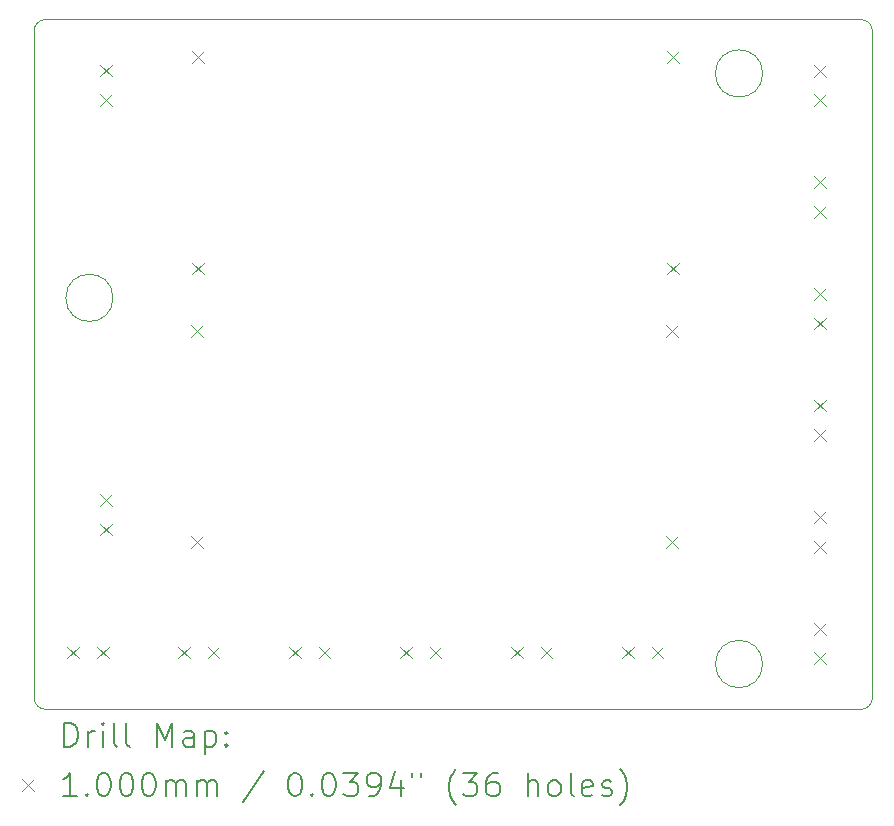
<source format=gbr>
%TF.GenerationSoftware,KiCad,Pcbnew,9.0.2*%
%TF.CreationDate,2025-07-07T17:51:26-07:00*%
%TF.ProjectId,powerBoard,706f7765-7242-46f6-9172-642e6b696361,rev?*%
%TF.SameCoordinates,Original*%
%TF.FileFunction,Drillmap*%
%TF.FilePolarity,Positive*%
%FSLAX45Y45*%
G04 Gerber Fmt 4.5, Leading zero omitted, Abs format (unit mm)*
G04 Created by KiCad (PCBNEW 9.0.2) date 2025-07-07 17:51:26*
%MOMM*%
%LPD*%
G01*
G04 APERTURE LIST*
%ADD10C,0.050000*%
%ADD11C,0.200000*%
%ADD12C,0.100000*%
G04 APERTURE END LIST*
D10*
X8193100Y-7137400D02*
X1293800Y-7137400D01*
X8293100Y-1395400D02*
X8293100Y-7037400D01*
X8193100Y-1295400D02*
G75*
G02*
X8293100Y-1395400I0J-100000D01*
G01*
X8293100Y-7037400D02*
G75*
G02*
X8193100Y-7137400I-100000J0D01*
G01*
X1293800Y-7137400D02*
G75*
G02*
X1193800Y-7037400I0J100000D01*
G01*
X1293800Y-1295400D02*
X8193100Y-1295400D01*
X7362800Y-6752600D02*
G75*
G02*
X6962800Y-6752600I-200000J0D01*
G01*
X6962800Y-6752600D02*
G75*
G02*
X7362800Y-6752600I200000J0D01*
G01*
X7362800Y-1752600D02*
G75*
G02*
X6962800Y-1752600I-200000J0D01*
G01*
X6962800Y-1752600D02*
G75*
G02*
X7362800Y-1752600I200000J0D01*
G01*
X1193800Y-7037400D02*
X1193800Y-1395400D01*
X1862800Y-3652600D02*
G75*
G02*
X1462800Y-3652600I-200000J0D01*
G01*
X1462800Y-3652600D02*
G75*
G02*
X1862800Y-3652600I200000J0D01*
G01*
X1193800Y-1395400D02*
G75*
G02*
X1293800Y-1295400I100000J0D01*
G01*
D11*
D12*
X1476000Y-6604800D02*
X1576000Y-6704800D01*
X1576000Y-6604800D02*
X1476000Y-6704800D01*
X1726000Y-6604800D02*
X1826000Y-6704800D01*
X1826000Y-6604800D02*
X1726000Y-6704800D01*
X1753400Y-1677200D02*
X1853400Y-1777200D01*
X1853400Y-1677200D02*
X1753400Y-1777200D01*
X1753400Y-1927200D02*
X1853400Y-2027200D01*
X1853400Y-1927200D02*
X1753400Y-2027200D01*
X1753400Y-5313400D02*
X1853400Y-5413400D01*
X1853400Y-5313400D02*
X1753400Y-5413400D01*
X1753400Y-5563400D02*
X1853400Y-5663400D01*
X1853400Y-5563400D02*
X1753400Y-5663400D01*
X2413800Y-6604800D02*
X2513800Y-6704800D01*
X2513800Y-6604800D02*
X2413800Y-6704800D01*
X2525560Y-3884460D02*
X2625560Y-3984460D01*
X2625560Y-3884460D02*
X2525560Y-3984460D01*
X2525560Y-5672620D02*
X2625560Y-5772620D01*
X2625560Y-5672620D02*
X2525560Y-5772620D01*
X2530640Y-1565440D02*
X2630640Y-1665440D01*
X2630640Y-1565440D02*
X2530640Y-1665440D01*
X2530640Y-3353600D02*
X2630640Y-3453600D01*
X2630640Y-3353600D02*
X2530640Y-3453600D01*
X2663800Y-6604800D02*
X2763800Y-6704800D01*
X2763800Y-6604800D02*
X2663800Y-6704800D01*
X3353600Y-6604800D02*
X3453600Y-6704800D01*
X3453600Y-6604800D02*
X3353600Y-6704800D01*
X3603600Y-6604800D02*
X3703600Y-6704800D01*
X3703600Y-6604800D02*
X3603600Y-6704800D01*
X4293400Y-6604800D02*
X4393400Y-6704800D01*
X4393400Y-6604800D02*
X4293400Y-6704800D01*
X4543400Y-6604800D02*
X4643400Y-6704800D01*
X4643400Y-6604800D02*
X4543400Y-6704800D01*
X5233200Y-6604800D02*
X5333200Y-6704800D01*
X5333200Y-6604800D02*
X5233200Y-6704800D01*
X5483200Y-6604800D02*
X5583200Y-6704800D01*
X5583200Y-6604800D02*
X5483200Y-6704800D01*
X6173000Y-6604800D02*
X6273000Y-6704800D01*
X6273000Y-6604800D02*
X6173000Y-6704800D01*
X6423000Y-6604800D02*
X6523000Y-6704800D01*
X6523000Y-6604800D02*
X6423000Y-6704800D01*
X6548920Y-3884460D02*
X6648920Y-3984460D01*
X6648920Y-3884460D02*
X6548920Y-3984460D01*
X6548920Y-5672620D02*
X6648920Y-5772620D01*
X6648920Y-5672620D02*
X6548920Y-5772620D01*
X6554000Y-1565440D02*
X6654000Y-1665440D01*
X6654000Y-1565440D02*
X6554000Y-1665440D01*
X6554000Y-3353600D02*
X6654000Y-3453600D01*
X6654000Y-3353600D02*
X6554000Y-3453600D01*
X7796900Y-1678600D02*
X7896900Y-1778600D01*
X7896900Y-1678600D02*
X7796900Y-1778600D01*
X7796900Y-1928600D02*
X7896900Y-2028600D01*
X7896900Y-1928600D02*
X7796900Y-2028600D01*
X7796900Y-2624200D02*
X7896900Y-2724200D01*
X7896900Y-2624200D02*
X7796900Y-2724200D01*
X7796900Y-2874200D02*
X7896900Y-2974200D01*
X7896900Y-2874200D02*
X7796900Y-2974200D01*
X7796900Y-3569200D02*
X7896900Y-3669200D01*
X7896900Y-3569200D02*
X7796900Y-3669200D01*
X7796900Y-3819200D02*
X7896900Y-3919200D01*
X7896900Y-3819200D02*
X7796900Y-3919200D01*
X7796900Y-4514200D02*
X7896900Y-4614200D01*
X7896900Y-4514200D02*
X7796900Y-4614200D01*
X7796900Y-4764200D02*
X7896900Y-4864200D01*
X7896900Y-4764200D02*
X7796900Y-4864200D01*
X7796900Y-5459200D02*
X7896900Y-5559200D01*
X7896900Y-5459200D02*
X7796900Y-5559200D01*
X7796900Y-5709200D02*
X7896900Y-5809200D01*
X7896900Y-5709200D02*
X7796900Y-5809200D01*
X7796900Y-6403600D02*
X7896900Y-6503600D01*
X7896900Y-6403600D02*
X7796900Y-6503600D01*
X7796900Y-6653600D02*
X7896900Y-6753600D01*
X7896900Y-6653600D02*
X7796900Y-6753600D01*
D11*
X1452077Y-7451384D02*
X1452077Y-7251384D01*
X1452077Y-7251384D02*
X1499696Y-7251384D01*
X1499696Y-7251384D02*
X1528267Y-7260908D01*
X1528267Y-7260908D02*
X1547315Y-7279955D01*
X1547315Y-7279955D02*
X1556839Y-7299003D01*
X1556839Y-7299003D02*
X1566362Y-7337098D01*
X1566362Y-7337098D02*
X1566362Y-7365669D01*
X1566362Y-7365669D02*
X1556839Y-7403765D01*
X1556839Y-7403765D02*
X1547315Y-7422812D01*
X1547315Y-7422812D02*
X1528267Y-7441860D01*
X1528267Y-7441860D02*
X1499696Y-7451384D01*
X1499696Y-7451384D02*
X1452077Y-7451384D01*
X1652077Y-7451384D02*
X1652077Y-7318050D01*
X1652077Y-7356146D02*
X1661601Y-7337098D01*
X1661601Y-7337098D02*
X1671124Y-7327574D01*
X1671124Y-7327574D02*
X1690172Y-7318050D01*
X1690172Y-7318050D02*
X1709220Y-7318050D01*
X1775886Y-7451384D02*
X1775886Y-7318050D01*
X1775886Y-7251384D02*
X1766362Y-7260908D01*
X1766362Y-7260908D02*
X1775886Y-7270431D01*
X1775886Y-7270431D02*
X1785410Y-7260908D01*
X1785410Y-7260908D02*
X1775886Y-7251384D01*
X1775886Y-7251384D02*
X1775886Y-7270431D01*
X1899696Y-7451384D02*
X1880648Y-7441860D01*
X1880648Y-7441860D02*
X1871124Y-7422812D01*
X1871124Y-7422812D02*
X1871124Y-7251384D01*
X2004458Y-7451384D02*
X1985410Y-7441860D01*
X1985410Y-7441860D02*
X1975886Y-7422812D01*
X1975886Y-7422812D02*
X1975886Y-7251384D01*
X2233029Y-7451384D02*
X2233029Y-7251384D01*
X2233029Y-7251384D02*
X2299696Y-7394241D01*
X2299696Y-7394241D02*
X2366363Y-7251384D01*
X2366363Y-7251384D02*
X2366363Y-7451384D01*
X2547315Y-7451384D02*
X2547315Y-7346622D01*
X2547315Y-7346622D02*
X2537791Y-7327574D01*
X2537791Y-7327574D02*
X2518744Y-7318050D01*
X2518744Y-7318050D02*
X2480648Y-7318050D01*
X2480648Y-7318050D02*
X2461601Y-7327574D01*
X2547315Y-7441860D02*
X2528267Y-7451384D01*
X2528267Y-7451384D02*
X2480648Y-7451384D01*
X2480648Y-7451384D02*
X2461601Y-7441860D01*
X2461601Y-7441860D02*
X2452077Y-7422812D01*
X2452077Y-7422812D02*
X2452077Y-7403765D01*
X2452077Y-7403765D02*
X2461601Y-7384717D01*
X2461601Y-7384717D02*
X2480648Y-7375193D01*
X2480648Y-7375193D02*
X2528267Y-7375193D01*
X2528267Y-7375193D02*
X2547315Y-7365669D01*
X2642553Y-7318050D02*
X2642553Y-7518050D01*
X2642553Y-7327574D02*
X2661601Y-7318050D01*
X2661601Y-7318050D02*
X2699696Y-7318050D01*
X2699696Y-7318050D02*
X2718744Y-7327574D01*
X2718744Y-7327574D02*
X2728267Y-7337098D01*
X2728267Y-7337098D02*
X2737791Y-7356146D01*
X2737791Y-7356146D02*
X2737791Y-7413288D01*
X2737791Y-7413288D02*
X2728267Y-7432336D01*
X2728267Y-7432336D02*
X2718744Y-7441860D01*
X2718744Y-7441860D02*
X2699696Y-7451384D01*
X2699696Y-7451384D02*
X2661601Y-7451384D01*
X2661601Y-7451384D02*
X2642553Y-7441860D01*
X2823505Y-7432336D02*
X2833029Y-7441860D01*
X2833029Y-7441860D02*
X2823505Y-7451384D01*
X2823505Y-7451384D02*
X2813982Y-7441860D01*
X2813982Y-7441860D02*
X2823505Y-7432336D01*
X2823505Y-7432336D02*
X2823505Y-7451384D01*
X2823505Y-7327574D02*
X2833029Y-7337098D01*
X2833029Y-7337098D02*
X2823505Y-7346622D01*
X2823505Y-7346622D02*
X2813982Y-7337098D01*
X2813982Y-7337098D02*
X2823505Y-7327574D01*
X2823505Y-7327574D02*
X2823505Y-7346622D01*
D12*
X1091300Y-7729900D02*
X1191300Y-7829900D01*
X1191300Y-7729900D02*
X1091300Y-7829900D01*
D11*
X1556839Y-7871384D02*
X1442553Y-7871384D01*
X1499696Y-7871384D02*
X1499696Y-7671384D01*
X1499696Y-7671384D02*
X1480648Y-7699955D01*
X1480648Y-7699955D02*
X1461601Y-7719003D01*
X1461601Y-7719003D02*
X1442553Y-7728527D01*
X1642553Y-7852336D02*
X1652077Y-7861860D01*
X1652077Y-7861860D02*
X1642553Y-7871384D01*
X1642553Y-7871384D02*
X1633029Y-7861860D01*
X1633029Y-7861860D02*
X1642553Y-7852336D01*
X1642553Y-7852336D02*
X1642553Y-7871384D01*
X1775886Y-7671384D02*
X1794934Y-7671384D01*
X1794934Y-7671384D02*
X1813982Y-7680908D01*
X1813982Y-7680908D02*
X1823505Y-7690431D01*
X1823505Y-7690431D02*
X1833029Y-7709479D01*
X1833029Y-7709479D02*
X1842553Y-7747574D01*
X1842553Y-7747574D02*
X1842553Y-7795193D01*
X1842553Y-7795193D02*
X1833029Y-7833288D01*
X1833029Y-7833288D02*
X1823505Y-7852336D01*
X1823505Y-7852336D02*
X1813982Y-7861860D01*
X1813982Y-7861860D02*
X1794934Y-7871384D01*
X1794934Y-7871384D02*
X1775886Y-7871384D01*
X1775886Y-7871384D02*
X1756839Y-7861860D01*
X1756839Y-7861860D02*
X1747315Y-7852336D01*
X1747315Y-7852336D02*
X1737791Y-7833288D01*
X1737791Y-7833288D02*
X1728267Y-7795193D01*
X1728267Y-7795193D02*
X1728267Y-7747574D01*
X1728267Y-7747574D02*
X1737791Y-7709479D01*
X1737791Y-7709479D02*
X1747315Y-7690431D01*
X1747315Y-7690431D02*
X1756839Y-7680908D01*
X1756839Y-7680908D02*
X1775886Y-7671384D01*
X1966362Y-7671384D02*
X1985410Y-7671384D01*
X1985410Y-7671384D02*
X2004458Y-7680908D01*
X2004458Y-7680908D02*
X2013982Y-7690431D01*
X2013982Y-7690431D02*
X2023505Y-7709479D01*
X2023505Y-7709479D02*
X2033029Y-7747574D01*
X2033029Y-7747574D02*
X2033029Y-7795193D01*
X2033029Y-7795193D02*
X2023505Y-7833288D01*
X2023505Y-7833288D02*
X2013982Y-7852336D01*
X2013982Y-7852336D02*
X2004458Y-7861860D01*
X2004458Y-7861860D02*
X1985410Y-7871384D01*
X1985410Y-7871384D02*
X1966362Y-7871384D01*
X1966362Y-7871384D02*
X1947315Y-7861860D01*
X1947315Y-7861860D02*
X1937791Y-7852336D01*
X1937791Y-7852336D02*
X1928267Y-7833288D01*
X1928267Y-7833288D02*
X1918743Y-7795193D01*
X1918743Y-7795193D02*
X1918743Y-7747574D01*
X1918743Y-7747574D02*
X1928267Y-7709479D01*
X1928267Y-7709479D02*
X1937791Y-7690431D01*
X1937791Y-7690431D02*
X1947315Y-7680908D01*
X1947315Y-7680908D02*
X1966362Y-7671384D01*
X2156839Y-7671384D02*
X2175886Y-7671384D01*
X2175886Y-7671384D02*
X2194934Y-7680908D01*
X2194934Y-7680908D02*
X2204458Y-7690431D01*
X2204458Y-7690431D02*
X2213982Y-7709479D01*
X2213982Y-7709479D02*
X2223505Y-7747574D01*
X2223505Y-7747574D02*
X2223505Y-7795193D01*
X2223505Y-7795193D02*
X2213982Y-7833288D01*
X2213982Y-7833288D02*
X2204458Y-7852336D01*
X2204458Y-7852336D02*
X2194934Y-7861860D01*
X2194934Y-7861860D02*
X2175886Y-7871384D01*
X2175886Y-7871384D02*
X2156839Y-7871384D01*
X2156839Y-7871384D02*
X2137791Y-7861860D01*
X2137791Y-7861860D02*
X2128267Y-7852336D01*
X2128267Y-7852336D02*
X2118744Y-7833288D01*
X2118744Y-7833288D02*
X2109220Y-7795193D01*
X2109220Y-7795193D02*
X2109220Y-7747574D01*
X2109220Y-7747574D02*
X2118744Y-7709479D01*
X2118744Y-7709479D02*
X2128267Y-7690431D01*
X2128267Y-7690431D02*
X2137791Y-7680908D01*
X2137791Y-7680908D02*
X2156839Y-7671384D01*
X2309220Y-7871384D02*
X2309220Y-7738050D01*
X2309220Y-7757098D02*
X2318744Y-7747574D01*
X2318744Y-7747574D02*
X2337791Y-7738050D01*
X2337791Y-7738050D02*
X2366363Y-7738050D01*
X2366363Y-7738050D02*
X2385410Y-7747574D01*
X2385410Y-7747574D02*
X2394934Y-7766622D01*
X2394934Y-7766622D02*
X2394934Y-7871384D01*
X2394934Y-7766622D02*
X2404458Y-7747574D01*
X2404458Y-7747574D02*
X2423505Y-7738050D01*
X2423505Y-7738050D02*
X2452077Y-7738050D01*
X2452077Y-7738050D02*
X2471125Y-7747574D01*
X2471125Y-7747574D02*
X2480648Y-7766622D01*
X2480648Y-7766622D02*
X2480648Y-7871384D01*
X2575886Y-7871384D02*
X2575886Y-7738050D01*
X2575886Y-7757098D02*
X2585410Y-7747574D01*
X2585410Y-7747574D02*
X2604458Y-7738050D01*
X2604458Y-7738050D02*
X2633029Y-7738050D01*
X2633029Y-7738050D02*
X2652077Y-7747574D01*
X2652077Y-7747574D02*
X2661601Y-7766622D01*
X2661601Y-7766622D02*
X2661601Y-7871384D01*
X2661601Y-7766622D02*
X2671125Y-7747574D01*
X2671125Y-7747574D02*
X2690172Y-7738050D01*
X2690172Y-7738050D02*
X2718744Y-7738050D01*
X2718744Y-7738050D02*
X2737791Y-7747574D01*
X2737791Y-7747574D02*
X2747315Y-7766622D01*
X2747315Y-7766622D02*
X2747315Y-7871384D01*
X3137791Y-7661860D02*
X2966363Y-7919003D01*
X3394934Y-7671384D02*
X3413982Y-7671384D01*
X3413982Y-7671384D02*
X3433029Y-7680908D01*
X3433029Y-7680908D02*
X3442553Y-7690431D01*
X3442553Y-7690431D02*
X3452077Y-7709479D01*
X3452077Y-7709479D02*
X3461601Y-7747574D01*
X3461601Y-7747574D02*
X3461601Y-7795193D01*
X3461601Y-7795193D02*
X3452077Y-7833288D01*
X3452077Y-7833288D02*
X3442553Y-7852336D01*
X3442553Y-7852336D02*
X3433029Y-7861860D01*
X3433029Y-7861860D02*
X3413982Y-7871384D01*
X3413982Y-7871384D02*
X3394934Y-7871384D01*
X3394934Y-7871384D02*
X3375886Y-7861860D01*
X3375886Y-7861860D02*
X3366363Y-7852336D01*
X3366363Y-7852336D02*
X3356839Y-7833288D01*
X3356839Y-7833288D02*
X3347315Y-7795193D01*
X3347315Y-7795193D02*
X3347315Y-7747574D01*
X3347315Y-7747574D02*
X3356839Y-7709479D01*
X3356839Y-7709479D02*
X3366363Y-7690431D01*
X3366363Y-7690431D02*
X3375886Y-7680908D01*
X3375886Y-7680908D02*
X3394934Y-7671384D01*
X3547315Y-7852336D02*
X3556839Y-7861860D01*
X3556839Y-7861860D02*
X3547315Y-7871384D01*
X3547315Y-7871384D02*
X3537791Y-7861860D01*
X3537791Y-7861860D02*
X3547315Y-7852336D01*
X3547315Y-7852336D02*
X3547315Y-7871384D01*
X3680648Y-7671384D02*
X3699696Y-7671384D01*
X3699696Y-7671384D02*
X3718744Y-7680908D01*
X3718744Y-7680908D02*
X3728267Y-7690431D01*
X3728267Y-7690431D02*
X3737791Y-7709479D01*
X3737791Y-7709479D02*
X3747315Y-7747574D01*
X3747315Y-7747574D02*
X3747315Y-7795193D01*
X3747315Y-7795193D02*
X3737791Y-7833288D01*
X3737791Y-7833288D02*
X3728267Y-7852336D01*
X3728267Y-7852336D02*
X3718744Y-7861860D01*
X3718744Y-7861860D02*
X3699696Y-7871384D01*
X3699696Y-7871384D02*
X3680648Y-7871384D01*
X3680648Y-7871384D02*
X3661601Y-7861860D01*
X3661601Y-7861860D02*
X3652077Y-7852336D01*
X3652077Y-7852336D02*
X3642553Y-7833288D01*
X3642553Y-7833288D02*
X3633029Y-7795193D01*
X3633029Y-7795193D02*
X3633029Y-7747574D01*
X3633029Y-7747574D02*
X3642553Y-7709479D01*
X3642553Y-7709479D02*
X3652077Y-7690431D01*
X3652077Y-7690431D02*
X3661601Y-7680908D01*
X3661601Y-7680908D02*
X3680648Y-7671384D01*
X3813982Y-7671384D02*
X3937791Y-7671384D01*
X3937791Y-7671384D02*
X3871125Y-7747574D01*
X3871125Y-7747574D02*
X3899696Y-7747574D01*
X3899696Y-7747574D02*
X3918744Y-7757098D01*
X3918744Y-7757098D02*
X3928267Y-7766622D01*
X3928267Y-7766622D02*
X3937791Y-7785669D01*
X3937791Y-7785669D02*
X3937791Y-7833288D01*
X3937791Y-7833288D02*
X3928267Y-7852336D01*
X3928267Y-7852336D02*
X3918744Y-7861860D01*
X3918744Y-7861860D02*
X3899696Y-7871384D01*
X3899696Y-7871384D02*
X3842553Y-7871384D01*
X3842553Y-7871384D02*
X3823506Y-7861860D01*
X3823506Y-7861860D02*
X3813982Y-7852336D01*
X4033029Y-7871384D02*
X4071125Y-7871384D01*
X4071125Y-7871384D02*
X4090172Y-7861860D01*
X4090172Y-7861860D02*
X4099696Y-7852336D01*
X4099696Y-7852336D02*
X4118744Y-7823765D01*
X4118744Y-7823765D02*
X4128267Y-7785669D01*
X4128267Y-7785669D02*
X4128267Y-7709479D01*
X4128267Y-7709479D02*
X4118744Y-7690431D01*
X4118744Y-7690431D02*
X4109220Y-7680908D01*
X4109220Y-7680908D02*
X4090172Y-7671384D01*
X4090172Y-7671384D02*
X4052077Y-7671384D01*
X4052077Y-7671384D02*
X4033029Y-7680908D01*
X4033029Y-7680908D02*
X4023506Y-7690431D01*
X4023506Y-7690431D02*
X4013982Y-7709479D01*
X4013982Y-7709479D02*
X4013982Y-7757098D01*
X4013982Y-7757098D02*
X4023506Y-7776146D01*
X4023506Y-7776146D02*
X4033029Y-7785669D01*
X4033029Y-7785669D02*
X4052077Y-7795193D01*
X4052077Y-7795193D02*
X4090172Y-7795193D01*
X4090172Y-7795193D02*
X4109220Y-7785669D01*
X4109220Y-7785669D02*
X4118744Y-7776146D01*
X4118744Y-7776146D02*
X4128267Y-7757098D01*
X4299696Y-7738050D02*
X4299696Y-7871384D01*
X4252077Y-7661860D02*
X4204458Y-7804717D01*
X4204458Y-7804717D02*
X4328268Y-7804717D01*
X4394934Y-7671384D02*
X4394934Y-7709479D01*
X4471125Y-7671384D02*
X4471125Y-7709479D01*
X4766363Y-7947574D02*
X4756839Y-7938050D01*
X4756839Y-7938050D02*
X4737791Y-7909479D01*
X4737791Y-7909479D02*
X4728268Y-7890431D01*
X4728268Y-7890431D02*
X4718744Y-7861860D01*
X4718744Y-7861860D02*
X4709220Y-7814241D01*
X4709220Y-7814241D02*
X4709220Y-7776146D01*
X4709220Y-7776146D02*
X4718744Y-7728527D01*
X4718744Y-7728527D02*
X4728268Y-7699955D01*
X4728268Y-7699955D02*
X4737791Y-7680908D01*
X4737791Y-7680908D02*
X4756839Y-7652336D01*
X4756839Y-7652336D02*
X4766363Y-7642812D01*
X4823506Y-7671384D02*
X4947315Y-7671384D01*
X4947315Y-7671384D02*
X4880649Y-7747574D01*
X4880649Y-7747574D02*
X4909220Y-7747574D01*
X4909220Y-7747574D02*
X4928268Y-7757098D01*
X4928268Y-7757098D02*
X4937791Y-7766622D01*
X4937791Y-7766622D02*
X4947315Y-7785669D01*
X4947315Y-7785669D02*
X4947315Y-7833288D01*
X4947315Y-7833288D02*
X4937791Y-7852336D01*
X4937791Y-7852336D02*
X4928268Y-7861860D01*
X4928268Y-7861860D02*
X4909220Y-7871384D01*
X4909220Y-7871384D02*
X4852077Y-7871384D01*
X4852077Y-7871384D02*
X4833030Y-7861860D01*
X4833030Y-7861860D02*
X4823506Y-7852336D01*
X5118744Y-7671384D02*
X5080649Y-7671384D01*
X5080649Y-7671384D02*
X5061601Y-7680908D01*
X5061601Y-7680908D02*
X5052077Y-7690431D01*
X5052077Y-7690431D02*
X5033030Y-7719003D01*
X5033030Y-7719003D02*
X5023506Y-7757098D01*
X5023506Y-7757098D02*
X5023506Y-7833288D01*
X5023506Y-7833288D02*
X5033030Y-7852336D01*
X5033030Y-7852336D02*
X5042553Y-7861860D01*
X5042553Y-7861860D02*
X5061601Y-7871384D01*
X5061601Y-7871384D02*
X5099696Y-7871384D01*
X5099696Y-7871384D02*
X5118744Y-7861860D01*
X5118744Y-7861860D02*
X5128268Y-7852336D01*
X5128268Y-7852336D02*
X5137791Y-7833288D01*
X5137791Y-7833288D02*
X5137791Y-7785669D01*
X5137791Y-7785669D02*
X5128268Y-7766622D01*
X5128268Y-7766622D02*
X5118744Y-7757098D01*
X5118744Y-7757098D02*
X5099696Y-7747574D01*
X5099696Y-7747574D02*
X5061601Y-7747574D01*
X5061601Y-7747574D02*
X5042553Y-7757098D01*
X5042553Y-7757098D02*
X5033030Y-7766622D01*
X5033030Y-7766622D02*
X5023506Y-7785669D01*
X5375887Y-7871384D02*
X5375887Y-7671384D01*
X5461601Y-7871384D02*
X5461601Y-7766622D01*
X5461601Y-7766622D02*
X5452077Y-7747574D01*
X5452077Y-7747574D02*
X5433030Y-7738050D01*
X5433030Y-7738050D02*
X5404458Y-7738050D01*
X5404458Y-7738050D02*
X5385411Y-7747574D01*
X5385411Y-7747574D02*
X5375887Y-7757098D01*
X5585411Y-7871384D02*
X5566363Y-7861860D01*
X5566363Y-7861860D02*
X5556839Y-7852336D01*
X5556839Y-7852336D02*
X5547315Y-7833288D01*
X5547315Y-7833288D02*
X5547315Y-7776146D01*
X5547315Y-7776146D02*
X5556839Y-7757098D01*
X5556839Y-7757098D02*
X5566363Y-7747574D01*
X5566363Y-7747574D02*
X5585411Y-7738050D01*
X5585411Y-7738050D02*
X5613982Y-7738050D01*
X5613982Y-7738050D02*
X5633030Y-7747574D01*
X5633030Y-7747574D02*
X5642553Y-7757098D01*
X5642553Y-7757098D02*
X5652077Y-7776146D01*
X5652077Y-7776146D02*
X5652077Y-7833288D01*
X5652077Y-7833288D02*
X5642553Y-7852336D01*
X5642553Y-7852336D02*
X5633030Y-7861860D01*
X5633030Y-7861860D02*
X5613982Y-7871384D01*
X5613982Y-7871384D02*
X5585411Y-7871384D01*
X5766363Y-7871384D02*
X5747315Y-7861860D01*
X5747315Y-7861860D02*
X5737791Y-7842812D01*
X5737791Y-7842812D02*
X5737791Y-7671384D01*
X5918744Y-7861860D02*
X5899696Y-7871384D01*
X5899696Y-7871384D02*
X5861601Y-7871384D01*
X5861601Y-7871384D02*
X5842553Y-7861860D01*
X5842553Y-7861860D02*
X5833030Y-7842812D01*
X5833030Y-7842812D02*
X5833030Y-7766622D01*
X5833030Y-7766622D02*
X5842553Y-7747574D01*
X5842553Y-7747574D02*
X5861601Y-7738050D01*
X5861601Y-7738050D02*
X5899696Y-7738050D01*
X5899696Y-7738050D02*
X5918744Y-7747574D01*
X5918744Y-7747574D02*
X5928268Y-7766622D01*
X5928268Y-7766622D02*
X5928268Y-7785669D01*
X5928268Y-7785669D02*
X5833030Y-7804717D01*
X6004458Y-7861860D02*
X6023506Y-7871384D01*
X6023506Y-7871384D02*
X6061601Y-7871384D01*
X6061601Y-7871384D02*
X6080649Y-7861860D01*
X6080649Y-7861860D02*
X6090172Y-7842812D01*
X6090172Y-7842812D02*
X6090172Y-7833288D01*
X6090172Y-7833288D02*
X6080649Y-7814241D01*
X6080649Y-7814241D02*
X6061601Y-7804717D01*
X6061601Y-7804717D02*
X6033030Y-7804717D01*
X6033030Y-7804717D02*
X6013982Y-7795193D01*
X6013982Y-7795193D02*
X6004458Y-7776146D01*
X6004458Y-7776146D02*
X6004458Y-7766622D01*
X6004458Y-7766622D02*
X6013982Y-7747574D01*
X6013982Y-7747574D02*
X6033030Y-7738050D01*
X6033030Y-7738050D02*
X6061601Y-7738050D01*
X6061601Y-7738050D02*
X6080649Y-7747574D01*
X6156839Y-7947574D02*
X6166363Y-7938050D01*
X6166363Y-7938050D02*
X6185411Y-7909479D01*
X6185411Y-7909479D02*
X6194934Y-7890431D01*
X6194934Y-7890431D02*
X6204458Y-7861860D01*
X6204458Y-7861860D02*
X6213982Y-7814241D01*
X6213982Y-7814241D02*
X6213982Y-7776146D01*
X6213982Y-7776146D02*
X6204458Y-7728527D01*
X6204458Y-7728527D02*
X6194934Y-7699955D01*
X6194934Y-7699955D02*
X6185411Y-7680908D01*
X6185411Y-7680908D02*
X6166363Y-7652336D01*
X6166363Y-7652336D02*
X6156839Y-7642812D01*
M02*

</source>
